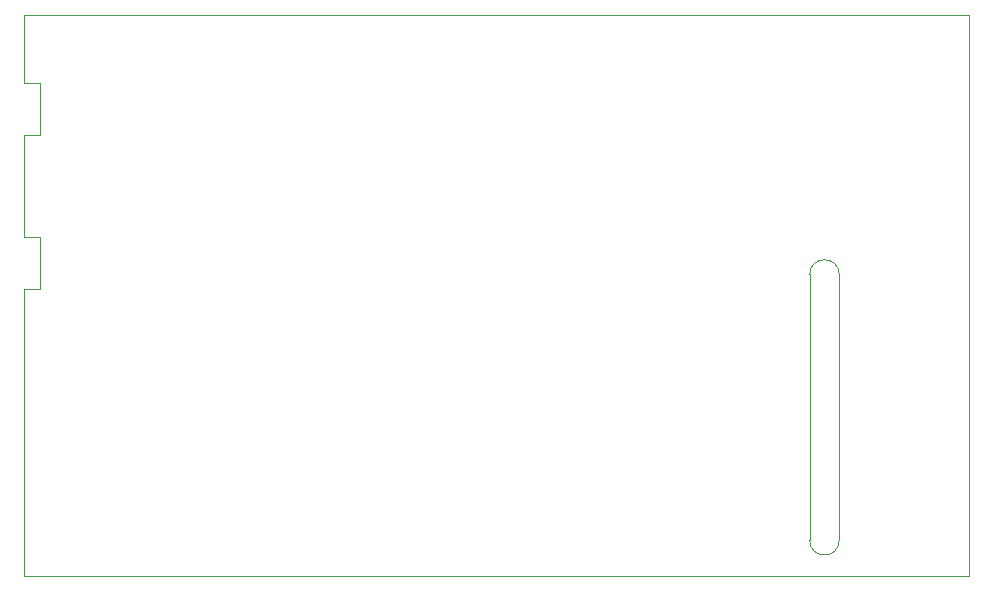
<source format=gbr>
%TF.GenerationSoftware,KiCad,Pcbnew,8.0.2*%
%TF.CreationDate,2025-04-20T12:58:55+12:00*%
%TF.ProjectId,summit_scourer,73756d6d-6974-45f7-9363-6f757265722e,rev?*%
%TF.SameCoordinates,Original*%
%TF.FileFunction,Profile,NP*%
%FSLAX46Y46*%
G04 Gerber Fmt 4.6, Leading zero omitted, Abs format (unit mm)*
G04 Created by KiCad (PCBNEW 8.0.2) date 2025-04-20 12:58:55*
%MOMM*%
%LPD*%
G01*
G04 APERTURE LIST*
%TA.AperFunction,Profile*%
%ADD10C,0.050000*%
%TD*%
G04 APERTURE END LIST*
D10*
X106300000Y-93050000D02*
X106300000Y-84450000D01*
X107700000Y-84450000D02*
X107700000Y-80050000D01*
X107700000Y-80050000D02*
X106300000Y-80050000D01*
X175324999Y-118750000D02*
G75*
G02*
X172825001Y-118750000I-1249999J0D01*
G01*
X106300000Y-97450000D02*
X107700000Y-97450000D01*
X175324999Y-118750000D02*
X175325000Y-96250000D01*
X106300000Y-84450000D02*
X107700000Y-84450000D01*
X172825000Y-96250000D02*
G75*
G02*
X175325000Y-96250000I1250000J0D01*
G01*
X106300000Y-121750000D02*
X106300000Y-97450000D01*
X106300000Y-80050000D02*
X106300000Y-74250000D01*
X172825000Y-96250000D02*
X172825001Y-118750000D01*
X106300000Y-74250000D02*
X186325000Y-74250000D01*
X186325000Y-74250000D02*
X186325000Y-121750000D01*
X107700000Y-93050000D02*
X106300000Y-93050000D01*
X107700000Y-97450000D02*
X107700000Y-93050000D01*
X186325000Y-121750000D02*
X106300000Y-121750000D01*
M02*

</source>
